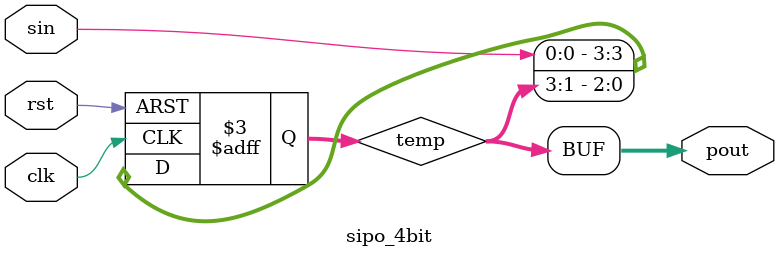
<source format=v>
module sipo_4bit(sin,clk,rst,pout);
  input sin,clk,rst;
  output reg [3:0]pout;
  reg [3:0]temp;
  assign pout=temp;
  always@(posedge clk or negedge rst)
    begin
      if(!rst)
        temp<=4'b0;
      else
        temp <= {sin,temp[3:1]};
    end
endmodule
</source>
